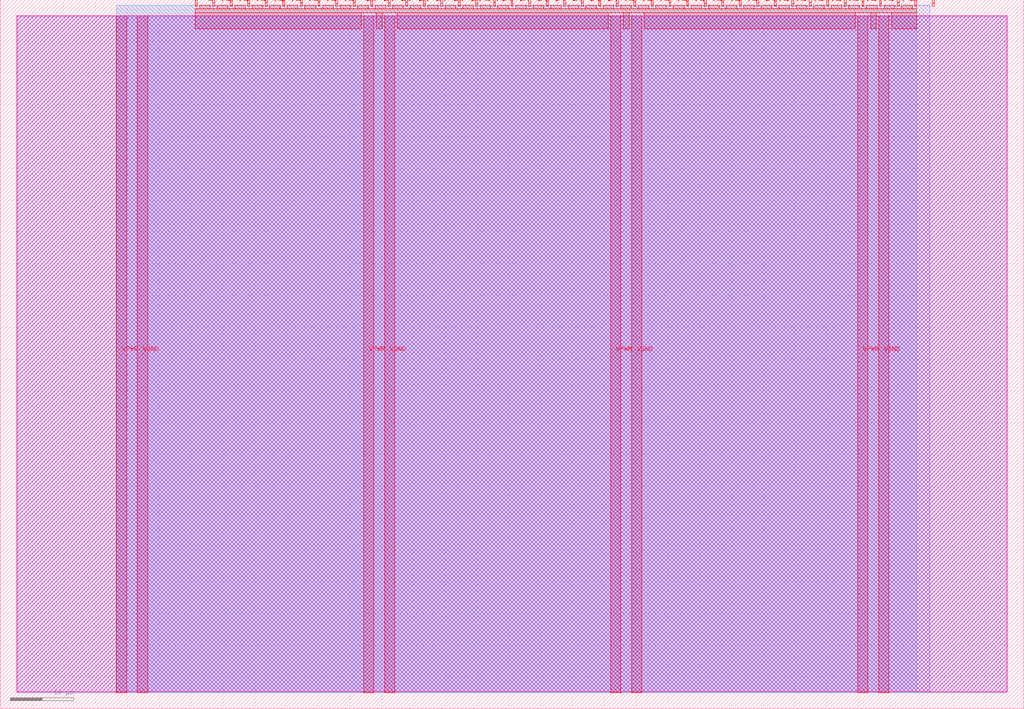
<source format=lef>
VERSION 5.7 ;
  NOWIREEXTENSIONATPIN ON ;
  DIVIDERCHAR "/" ;
  BUSBITCHARS "[]" ;
MACRO tt_um_wokwi_442977842875423745
  CLASS BLOCK ;
  FOREIGN tt_um_wokwi_442977842875423745 ;
  ORIGIN 0.000 0.000 ;
  SIZE 161.000 BY 111.520 ;
  PIN VGND
    DIRECTION INOUT ;
    USE GROUND ;
    PORT
      LAYER met4 ;
        RECT 21.580 2.480 23.180 109.040 ;
    END
    PORT
      LAYER met4 ;
        RECT 60.450 2.480 62.050 109.040 ;
    END
    PORT
      LAYER met4 ;
        RECT 99.320 2.480 100.920 109.040 ;
    END
    PORT
      LAYER met4 ;
        RECT 138.190 2.480 139.790 109.040 ;
    END
  END VGND
  PIN VPWR
    DIRECTION INOUT ;
    USE POWER ;
    PORT
      LAYER met4 ;
        RECT 18.280 2.480 19.880 109.040 ;
    END
    PORT
      LAYER met4 ;
        RECT 57.150 2.480 58.750 109.040 ;
    END
    PORT
      LAYER met4 ;
        RECT 96.020 2.480 97.620 109.040 ;
    END
    PORT
      LAYER met4 ;
        RECT 134.890 2.480 136.490 109.040 ;
    END
  END VPWR
  PIN clk
    DIRECTION INPUT ;
    USE SIGNAL ;
    ANTENNAGATEAREA 0.852000 ;
    PORT
      LAYER met4 ;
        RECT 143.830 110.520 144.130 111.520 ;
    END
  END clk
  PIN ena
    DIRECTION INPUT ;
    USE SIGNAL ;
    PORT
      LAYER met4 ;
        RECT 146.590 110.520 146.890 111.520 ;
    END
  END ena
  PIN rst_n
    DIRECTION INPUT ;
    USE SIGNAL ;
    PORT
      LAYER met4 ;
        RECT 141.070 110.520 141.370 111.520 ;
    END
  END rst_n
  PIN ui_in[0]
    DIRECTION INPUT ;
    USE SIGNAL ;
    ANTENNAGATEAREA 0.196500 ;
    PORT
      LAYER met4 ;
        RECT 138.310 110.520 138.610 111.520 ;
    END
  END ui_in[0]
  PIN ui_in[1]
    DIRECTION INPUT ;
    USE SIGNAL ;
    ANTENNAGATEAREA 0.196500 ;
    PORT
      LAYER met4 ;
        RECT 135.550 110.520 135.850 111.520 ;
    END
  END ui_in[1]
  PIN ui_in[2]
    DIRECTION INPUT ;
    USE SIGNAL ;
    ANTENNAGATEAREA 0.196500 ;
    PORT
      LAYER met4 ;
        RECT 132.790 110.520 133.090 111.520 ;
    END
  END ui_in[2]
  PIN ui_in[3]
    DIRECTION INPUT ;
    USE SIGNAL ;
    PORT
      LAYER met4 ;
        RECT 130.030 110.520 130.330 111.520 ;
    END
  END ui_in[3]
  PIN ui_in[4]
    DIRECTION INPUT ;
    USE SIGNAL ;
    PORT
      LAYER met4 ;
        RECT 127.270 110.520 127.570 111.520 ;
    END
  END ui_in[4]
  PIN ui_in[5]
    DIRECTION INPUT ;
    USE SIGNAL ;
    ANTENNAGATEAREA 0.159000 ;
    PORT
      LAYER met4 ;
        RECT 124.510 110.520 124.810 111.520 ;
    END
  END ui_in[5]
  PIN ui_in[6]
    DIRECTION INPUT ;
    USE SIGNAL ;
    ANTENNAGATEAREA 0.159000 ;
    PORT
      LAYER met4 ;
        RECT 121.750 110.520 122.050 111.520 ;
    END
  END ui_in[6]
  PIN ui_in[7]
    DIRECTION INPUT ;
    USE SIGNAL ;
    ANTENNAGATEAREA 0.159000 ;
    PORT
      LAYER met4 ;
        RECT 118.990 110.520 119.290 111.520 ;
    END
  END ui_in[7]
  PIN uio_in[0]
    DIRECTION INPUT ;
    USE SIGNAL ;
    PORT
      LAYER met4 ;
        RECT 116.230 110.520 116.530 111.520 ;
    END
  END uio_in[0]
  PIN uio_in[1]
    DIRECTION INPUT ;
    USE SIGNAL ;
    PORT
      LAYER met4 ;
        RECT 113.470 110.520 113.770 111.520 ;
    END
  END uio_in[1]
  PIN uio_in[2]
    DIRECTION INPUT ;
    USE SIGNAL ;
    PORT
      LAYER met4 ;
        RECT 110.710 110.520 111.010 111.520 ;
    END
  END uio_in[2]
  PIN uio_in[3]
    DIRECTION INPUT ;
    USE SIGNAL ;
    PORT
      LAYER met4 ;
        RECT 107.950 110.520 108.250 111.520 ;
    END
  END uio_in[3]
  PIN uio_in[4]
    DIRECTION INPUT ;
    USE SIGNAL ;
    PORT
      LAYER met4 ;
        RECT 105.190 110.520 105.490 111.520 ;
    END
  END uio_in[4]
  PIN uio_in[5]
    DIRECTION INPUT ;
    USE SIGNAL ;
    PORT
      LAYER met4 ;
        RECT 102.430 110.520 102.730 111.520 ;
    END
  END uio_in[5]
  PIN uio_in[6]
    DIRECTION INPUT ;
    USE SIGNAL ;
    PORT
      LAYER met4 ;
        RECT 99.670 110.520 99.970 111.520 ;
    END
  END uio_in[6]
  PIN uio_in[7]
    DIRECTION INPUT ;
    USE SIGNAL ;
    PORT
      LAYER met4 ;
        RECT 96.910 110.520 97.210 111.520 ;
    END
  END uio_in[7]
  PIN uio_oe[0]
    DIRECTION OUTPUT ;
    USE SIGNAL ;
    PORT
      LAYER met4 ;
        RECT 49.990 110.520 50.290 111.520 ;
    END
  END uio_oe[0]
  PIN uio_oe[1]
    DIRECTION OUTPUT ;
    USE SIGNAL ;
    PORT
      LAYER met4 ;
        RECT 47.230 110.520 47.530 111.520 ;
    END
  END uio_oe[1]
  PIN uio_oe[2]
    DIRECTION OUTPUT ;
    USE SIGNAL ;
    PORT
      LAYER met4 ;
        RECT 44.470 110.520 44.770 111.520 ;
    END
  END uio_oe[2]
  PIN uio_oe[3]
    DIRECTION OUTPUT ;
    USE SIGNAL ;
    PORT
      LAYER met4 ;
        RECT 41.710 110.520 42.010 111.520 ;
    END
  END uio_oe[3]
  PIN uio_oe[4]
    DIRECTION OUTPUT ;
    USE SIGNAL ;
    PORT
      LAYER met4 ;
        RECT 38.950 110.520 39.250 111.520 ;
    END
  END uio_oe[4]
  PIN uio_oe[5]
    DIRECTION OUTPUT ;
    USE SIGNAL ;
    PORT
      LAYER met4 ;
        RECT 36.190 110.520 36.490 111.520 ;
    END
  END uio_oe[5]
  PIN uio_oe[6]
    DIRECTION OUTPUT ;
    USE SIGNAL ;
    PORT
      LAYER met4 ;
        RECT 33.430 110.520 33.730 111.520 ;
    END
  END uio_oe[6]
  PIN uio_oe[7]
    DIRECTION OUTPUT ;
    USE SIGNAL ;
    PORT
      LAYER met4 ;
        RECT 30.670 110.520 30.970 111.520 ;
    END
  END uio_oe[7]
  PIN uio_out[0]
    DIRECTION OUTPUT ;
    USE SIGNAL ;
    PORT
      LAYER met4 ;
        RECT 72.070 110.520 72.370 111.520 ;
    END
  END uio_out[0]
  PIN uio_out[1]
    DIRECTION OUTPUT ;
    USE SIGNAL ;
    PORT
      LAYER met4 ;
        RECT 69.310 110.520 69.610 111.520 ;
    END
  END uio_out[1]
  PIN uio_out[2]
    DIRECTION OUTPUT ;
    USE SIGNAL ;
    PORT
      LAYER met4 ;
        RECT 66.550 110.520 66.850 111.520 ;
    END
  END uio_out[2]
  PIN uio_out[3]
    DIRECTION OUTPUT ;
    USE SIGNAL ;
    PORT
      LAYER met4 ;
        RECT 63.790 110.520 64.090 111.520 ;
    END
  END uio_out[3]
  PIN uio_out[4]
    DIRECTION OUTPUT ;
    USE SIGNAL ;
    PORT
      LAYER met4 ;
        RECT 61.030 110.520 61.330 111.520 ;
    END
  END uio_out[4]
  PIN uio_out[5]
    DIRECTION OUTPUT ;
    USE SIGNAL ;
    PORT
      LAYER met4 ;
        RECT 58.270 110.520 58.570 111.520 ;
    END
  END uio_out[5]
  PIN uio_out[6]
    DIRECTION OUTPUT ;
    USE SIGNAL ;
    PORT
      LAYER met4 ;
        RECT 55.510 110.520 55.810 111.520 ;
    END
  END uio_out[6]
  PIN uio_out[7]
    DIRECTION OUTPUT ;
    USE SIGNAL ;
    PORT
      LAYER met4 ;
        RECT 52.750 110.520 53.050 111.520 ;
    END
  END uio_out[7]
  PIN uo_out[0]
    DIRECTION OUTPUT ;
    USE SIGNAL ;
    ANTENNADIFFAREA 0.445500 ;
    PORT
      LAYER met4 ;
        RECT 94.150 110.520 94.450 111.520 ;
    END
  END uo_out[0]
  PIN uo_out[1]
    DIRECTION OUTPUT ;
    USE SIGNAL ;
    ANTENNADIFFAREA 0.445500 ;
    PORT
      LAYER met4 ;
        RECT 91.390 110.520 91.690 111.520 ;
    END
  END uo_out[1]
  PIN uo_out[2]
    DIRECTION OUTPUT ;
    USE SIGNAL ;
    ANTENNADIFFAREA 0.445500 ;
    PORT
      LAYER met4 ;
        RECT 88.630 110.520 88.930 111.520 ;
    END
  END uo_out[2]
  PIN uo_out[3]
    DIRECTION OUTPUT ;
    USE SIGNAL ;
    PORT
      LAYER met4 ;
        RECT 85.870 110.520 86.170 111.520 ;
    END
  END uo_out[3]
  PIN uo_out[4]
    DIRECTION OUTPUT ;
    USE SIGNAL ;
    PORT
      LAYER met4 ;
        RECT 83.110 110.520 83.410 111.520 ;
    END
  END uo_out[4]
  PIN uo_out[5]
    DIRECTION OUTPUT ;
    USE SIGNAL ;
    ANTENNADIFFAREA 0.445500 ;
    PORT
      LAYER met4 ;
        RECT 80.350 110.520 80.650 111.520 ;
    END
  END uo_out[5]
  PIN uo_out[6]
    DIRECTION OUTPUT ;
    USE SIGNAL ;
    ANTENNADIFFAREA 0.445500 ;
    PORT
      LAYER met4 ;
        RECT 77.590 110.520 77.890 111.520 ;
    END
  END uo_out[6]
  PIN uo_out[7]
    DIRECTION OUTPUT ;
    USE SIGNAL ;
    ANTENNADIFFAREA 0.445500 ;
    PORT
      LAYER met4 ;
        RECT 74.830 110.520 75.130 111.520 ;
    END
  END uo_out[7]
  OBS
      LAYER nwell ;
        RECT 2.570 2.635 158.430 108.990 ;
      LAYER li1 ;
        RECT 2.760 2.635 158.240 108.885 ;
      LAYER met1 ;
        RECT 2.760 2.480 158.240 109.040 ;
      LAYER met2 ;
        RECT 18.310 2.535 146.180 110.685 ;
      LAYER met3 ;
        RECT 18.290 2.555 144.170 110.665 ;
      LAYER met4 ;
        RECT 31.370 110.120 33.030 110.665 ;
        RECT 34.130 110.120 35.790 110.665 ;
        RECT 36.890 110.120 38.550 110.665 ;
        RECT 39.650 110.120 41.310 110.665 ;
        RECT 42.410 110.120 44.070 110.665 ;
        RECT 45.170 110.120 46.830 110.665 ;
        RECT 47.930 110.120 49.590 110.665 ;
        RECT 50.690 110.120 52.350 110.665 ;
        RECT 53.450 110.120 55.110 110.665 ;
        RECT 56.210 110.120 57.870 110.665 ;
        RECT 58.970 110.120 60.630 110.665 ;
        RECT 61.730 110.120 63.390 110.665 ;
        RECT 64.490 110.120 66.150 110.665 ;
        RECT 67.250 110.120 68.910 110.665 ;
        RECT 70.010 110.120 71.670 110.665 ;
        RECT 72.770 110.120 74.430 110.665 ;
        RECT 75.530 110.120 77.190 110.665 ;
        RECT 78.290 110.120 79.950 110.665 ;
        RECT 81.050 110.120 82.710 110.665 ;
        RECT 83.810 110.120 85.470 110.665 ;
        RECT 86.570 110.120 88.230 110.665 ;
        RECT 89.330 110.120 90.990 110.665 ;
        RECT 92.090 110.120 93.750 110.665 ;
        RECT 94.850 110.120 96.510 110.665 ;
        RECT 97.610 110.120 99.270 110.665 ;
        RECT 100.370 110.120 102.030 110.665 ;
        RECT 103.130 110.120 104.790 110.665 ;
        RECT 105.890 110.120 107.550 110.665 ;
        RECT 108.650 110.120 110.310 110.665 ;
        RECT 111.410 110.120 113.070 110.665 ;
        RECT 114.170 110.120 115.830 110.665 ;
        RECT 116.930 110.120 118.590 110.665 ;
        RECT 119.690 110.120 121.350 110.665 ;
        RECT 122.450 110.120 124.110 110.665 ;
        RECT 125.210 110.120 126.870 110.665 ;
        RECT 127.970 110.120 129.630 110.665 ;
        RECT 130.730 110.120 132.390 110.665 ;
        RECT 133.490 110.120 135.150 110.665 ;
        RECT 136.250 110.120 137.910 110.665 ;
        RECT 139.010 110.120 140.670 110.665 ;
        RECT 141.770 110.120 143.430 110.665 ;
        RECT 30.655 109.440 144.145 110.120 ;
        RECT 30.655 106.935 56.750 109.440 ;
        RECT 59.150 106.935 60.050 109.440 ;
        RECT 62.450 106.935 95.620 109.440 ;
        RECT 98.020 106.935 98.920 109.440 ;
        RECT 101.320 106.935 134.490 109.440 ;
        RECT 136.890 106.935 137.790 109.440 ;
        RECT 140.190 106.935 144.145 109.440 ;
  END
END tt_um_wokwi_442977842875423745
END LIBRARY


</source>
